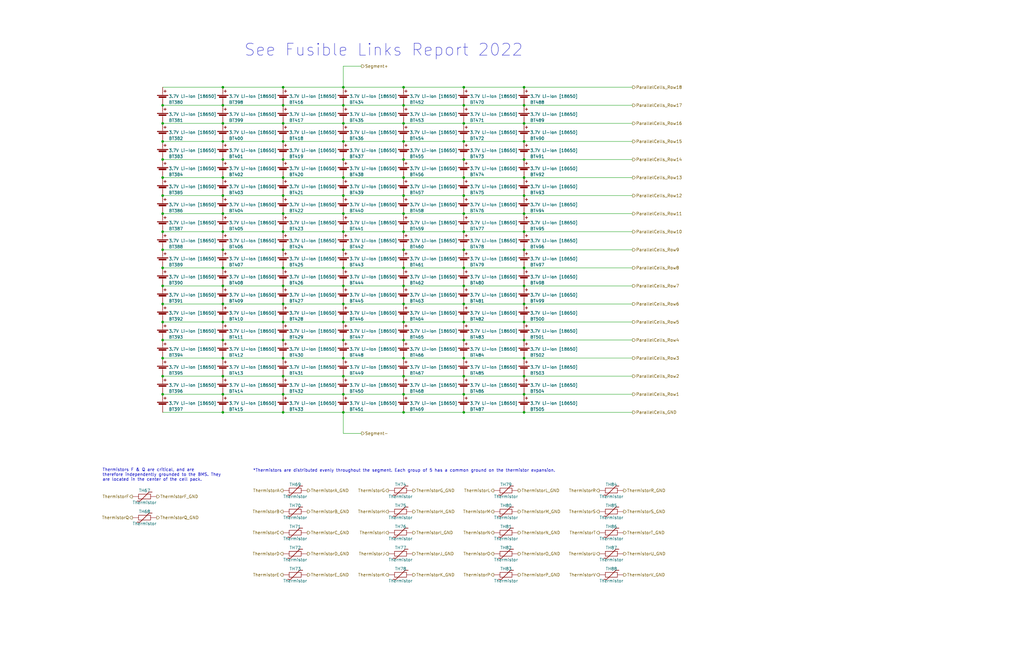
<source format=kicad_sch>
(kicad_sch (version 20211123) (generator eeschema)
  (paper "B")
  (title_block (title "Accumulator Segment") (date "2020-11-11") (rev "3") (company "Northeastern Electric Racing") (comment 1 "https://github.com/Northeastern-Electric-Racing/NER") (comment 2 "For authors and other info, contact Chief Electrical Engineer"))
  (lib_symbols
    (symbol "Device:Battery_Cell" (pin_numbers hide) (pin_names (offset 0) hide)
      (property "Reference" "BT" (at 2.54 2.54 0))
      (property "Value" "Battery_Cell" (at 2.54 0 0))
      (symbol "Battery_Cell_0_1"
        (rectangle (start -2.286 1.778) (end 2.286 1.524) (fill (type outline)))
        (rectangle (start -1.5748 1.1938) (end 1.4732 0.6858) (fill (type outline)))
        (polyline (pts (xy 0 0.762) (xy 0 0)))
        (polyline (pts (xy 0 1.778) (xy 0 2.54)))
        (polyline (pts (xy 0.508 3.429) (xy 1.524 3.429)) (stroke (width 0.254)))
        (polyline (pts (xy 1.016 3.937) (xy 1.016 2.921)) (stroke (width 0.254)))
      )
      (symbol "Battery_Cell_1_1"
        (pin passive line (at 0 5.08 270) (length 2.54) (name "+") (number "1"))
        (pin passive line (at 0 -2.54 90) (length 2.54) (name "-") (number "2"))
      )
    )
    (symbol "Device:Thermistor" (pin_numbers hide) (pin_names (offset 0))
      (property "Reference" "TH" (at 2.54 1.27 90))
      (property "Value" "Thermistor" (at -2.54 0 90))
      (symbol "Thermistor_0_1"
        (rectangle (start -1.016 2.54) (end 1.016 -2.54) (stroke (width 0.2032)))
        (polyline (pts (xy -1.905 3.175) (xy -1.905 1.905) (xy 1.905 -1.905) (xy 1.905 -3.175) (xy 1.905 -3.175)) (stroke (width 0.254)))
      )
      (symbol "Thermistor_1_1"
        (pin passive line (at 0 5.08 270) (length 2.54) (name "~") (number "1"))
        (pin passive line (at 0 -5.08 90) (length 2.54) (name "~") (number "2"))
      )
    )
  )
  (junction (at 68.58 44.45))
  (junction (at 119.38 120.65))
  (junction (at 220.98 59.69))
  (junction (at 220.98 120.65))
  (junction (at 119.38 36.83))
  (junction (at 170.18 74.93))
  (junction (at 144.78 173.99))
  (junction (at 119.38 113.03))
  (junction (at 68.58 128.27))
  (junction (at 144.78 158.75))
  (junction (at 195.58 158.75))
  (junction (at 220.98 113.03))
  (junction (at 144.78 52.07))
  (junction (at 195.58 151.13))
  (junction (at 93.98 82.55))
  (junction (at 220.98 128.27))
  (junction (at 195.58 166.37))
  (junction (at 195.58 128.27))
  (junction (at 144.78 113.03))
  (junction (at 93.98 128.27))
  (junction (at 220.98 67.31))
  (junction (at 68.58 90.17))
  (junction (at 68.58 82.55))
  (junction (at 170.18 44.45))
  (junction (at 93.98 44.45))
  (junction (at 170.18 36.83))
  (junction (at 68.58 143.51))
  (junction (at 119.38 166.37))
  (junction (at 220.98 173.99))
  (junction (at 119.38 173.99))
  (junction (at 93.98 59.69))
  (junction (at 119.38 44.45))
  (junction (at 195.58 44.45))
  (junction (at 68.58 67.31))
  (junction (at 68.58 120.65))
  (junction (at 68.58 74.93))
  (junction (at 144.78 166.37))
  (junction (at 144.78 82.55))
  (junction (at 195.58 52.07))
  (junction (at 220.98 36.83))
  (junction (at 170.18 143.51))
  (junction (at 119.38 59.69))
  (junction (at 68.58 105.41))
  (junction (at 93.98 135.89))
  (junction (at 144.78 44.45))
  (junction (at 170.18 135.89))
  (junction (at 144.78 90.17))
  (junction (at 144.78 135.89))
  (junction (at 195.58 105.41))
  (junction (at 144.78 151.13))
  (junction (at 144.78 36.83))
  (junction (at 68.58 59.69))
  (junction (at 144.78 105.41))
  (junction (at 220.98 105.41))
  (junction (at 119.38 105.41))
  (junction (at 144.78 67.31))
  (junction (at 93.98 105.41))
  (junction (at 68.58 166.37))
  (junction (at 195.58 120.65))
  (junction (at 195.58 59.69))
  (junction (at 170.18 151.13))
  (junction (at 220.98 74.93))
  (junction (at 170.18 120.65))
  (junction (at 170.18 173.99))
  (junction (at 119.38 151.13))
  (junction (at 93.98 173.99))
  (junction (at 195.58 97.79))
  (junction (at 170.18 128.27))
  (junction (at 119.38 158.75))
  (junction (at 119.38 74.93))
  (junction (at 220.98 151.13))
  (junction (at 144.78 128.27))
  (junction (at 170.18 166.37))
  (junction (at 220.98 52.07))
  (junction (at 220.98 82.55))
  (junction (at 93.98 74.93))
  (junction (at 68.58 135.89))
  (junction (at 93.98 97.79))
  (junction (at 144.78 74.93))
  (junction (at 119.38 90.17))
  (junction (at 220.98 90.17))
  (junction (at 220.98 143.51))
  (junction (at 144.78 97.79))
  (junction (at 93.98 52.07))
  (junction (at 170.18 90.17))
  (junction (at 119.38 82.55))
  (junction (at 68.58 52.07))
  (junction (at 119.38 52.07))
  (junction (at 195.58 173.99))
  (junction (at 195.58 135.89))
  (junction (at 93.98 113.03))
  (junction (at 195.58 113.03))
  (junction (at 170.18 52.07))
  (junction (at 170.18 105.41))
  (junction (at 144.78 59.69))
  (junction (at 93.98 90.17))
  (junction (at 170.18 82.55))
  (junction (at 93.98 158.75))
  (junction (at 93.98 120.65))
  (junction (at 93.98 67.31))
  (junction (at 170.18 158.75))
  (junction (at 93.98 36.83))
  (junction (at 68.58 113.03))
  (junction (at 220.98 158.75))
  (junction (at 195.58 82.55))
  (junction (at 144.78 143.51))
  (junction (at 93.98 143.51))
  (junction (at 195.58 36.83))
  (junction (at 119.38 135.89))
  (junction (at 119.38 128.27))
  (junction (at 93.98 151.13))
  (junction (at 170.18 97.79))
  (junction (at 195.58 67.31))
  (junction (at 119.38 97.79))
  (junction (at 93.98 166.37))
  (junction (at 170.18 113.03))
  (junction (at 144.78 120.65))
  (junction (at 68.58 97.79))
  (junction (at 195.58 143.51))
  (junction (at 220.98 97.79))
  (junction (at 170.18 59.69))
  (junction (at 220.98 44.45))
  (junction (at 195.58 74.93))
  (junction (at 220.98 135.89))
  (junction (at 170.18 67.31))
  (junction (at 68.58 151.13))
  (junction (at 119.38 143.51))
  (junction (at 195.58 90.17))
  (junction (at 68.58 158.75))
  (junction (at 119.38 67.31))
  (junction (at 220.98 166.37))
  (wire (pts (xy 195.58 52.07) (xy 220.98 52.07)))
  (wire (pts (xy 144.78 120.65) (xy 170.18 120.65)))
  (wire (pts (xy 68.58 105.41) (xy 93.98 105.41)))
  (wire (pts (xy 144.78 74.93) (xy 170.18 74.93)))
  (wire (pts (xy 68.58 67.31) (xy 93.98 67.31)))
  (wire (pts (xy 144.78 44.45) (xy 170.18 44.45)))
  (wire (pts (xy 195.58 166.37) (xy 220.98 166.37)))
  (wire (pts (xy 195.58 173.99) (xy 220.98 173.99)))
  (wire (pts (xy 119.38 158.75) (xy 144.78 158.75)))
  (wire (pts (xy 93.98 67.31) (xy 119.38 67.31)))
  (wire (pts (xy 195.58 135.89) (xy 220.98 135.89)))
  (wire (pts (xy 93.98 166.37) (xy 119.38 166.37)))
  (wire (pts (xy 195.58 74.93) (xy 220.98 74.93)))
  (wire (pts (xy 170.18 74.93) (xy 195.58 74.93)))
  (wire (pts (xy 144.78 97.79) (xy 170.18 97.79)))
  (wire (pts (xy 93.98 44.45) (xy 119.38 44.45)))
  (wire (pts (xy 220.98 143.51) (xy 266.7 143.51)))
  (wire (pts (xy 93.98 135.89) (xy 119.38 135.89)))
  (wire (pts (xy 195.58 97.79) (xy 220.98 97.79)))
  (wire (pts (xy 93.98 74.93) (xy 119.38 74.93)))
  (wire (pts (xy 144.78 67.31) (xy 170.18 67.31)))
  (wire (pts (xy 195.58 158.75) (xy 220.98 158.75)))
  (wire (pts (xy 144.78 173.99) (xy 144.78 182.88)))
  (wire (pts (xy 144.78 113.03) (xy 170.18 113.03)))
  (wire (pts (xy 170.18 135.89) (xy 195.58 135.89)))
  (wire (pts (xy 170.18 36.83) (xy 144.78 36.83)))
  (wire (pts (xy 119.38 82.55) (xy 144.78 82.55)))
  (wire (pts (xy 68.58 135.89) (xy 93.98 135.89)))
  (wire (pts (xy 170.18 97.79) (xy 195.58 97.79)))
  (wire (pts (xy 68.58 74.93) (xy 93.98 74.93)))
  (wire (pts (xy 220.98 59.69) (xy 266.7 59.69)))
  (wire (pts (xy 220.98 97.79) (xy 266.7 97.79)))
  (wire (pts (xy 195.58 120.65) (xy 220.98 120.65)))
  (wire (pts (xy 93.98 90.17) (xy 119.38 90.17)))
  (wire (pts (xy 68.58 166.37) (xy 93.98 166.37)))
  (wire (pts (xy 144.78 158.75) (xy 170.18 158.75)))
  (wire (pts (xy 119.38 36.83) (xy 93.98 36.83)))
  (wire (pts (xy 93.98 143.51) (xy 119.38 143.51)))
  (wire (pts (xy 220.98 74.93) (xy 266.7 74.93)))
  (wire (pts (xy 220.98 113.03) (xy 266.7 113.03)))
  (wire (pts (xy 119.38 128.27) (xy 144.78 128.27)))
  (wire (pts (xy 68.58 128.27) (xy 93.98 128.27)))
  (wire (pts (xy 68.58 120.65) (xy 93.98 120.65)))
  (wire (pts (xy 170.18 59.69) (xy 195.58 59.69)))
  (wire (pts (xy 119.38 52.07) (xy 144.78 52.07)))
  (wire (pts (xy 170.18 128.27) (xy 195.58 128.27)))
  (wire (pts (xy 93.98 120.65) (xy 119.38 120.65)))
  (wire (pts (xy 170.18 120.65) (xy 195.58 120.65)))
  (wire (pts (xy 220.98 82.55) (xy 266.7 82.55)))
  (wire (pts (xy 93.98 151.13) (xy 119.38 151.13)))
  (wire (pts (xy 68.58 173.99) (xy 93.98 173.99)))
  (wire (pts (xy 119.38 151.13) (xy 144.78 151.13)))
  (wire (pts (xy 144.78 27.94) (xy 144.78 36.83)))
  (wire (pts (xy 220.98 158.75) (xy 266.7 158.75)))
  (wire (pts (xy 68.58 52.07) (xy 93.98 52.07)))
  (wire (pts (xy 93.98 36.83) (xy 68.58 36.83)))
  (wire (pts (xy 195.58 113.03) (xy 220.98 113.03)))
  (wire (pts (xy 119.38 113.03) (xy 144.78 113.03)))
  (wire (pts (xy 220.98 166.37) (xy 266.7 166.37)))
  (wire (pts (xy 195.58 143.51) (xy 220.98 143.51)))
  (wire (pts (xy 144.78 59.69) (xy 170.18 59.69)))
  (wire (pts (xy 93.98 97.79) (xy 119.38 97.79)))
  (wire (pts (xy 68.58 90.17) (xy 93.98 90.17)))
  (wire (pts (xy 68.58 97.79) (xy 93.98 97.79)))
  (wire (pts (xy 170.18 67.31) (xy 195.58 67.31)))
  (wire (pts (xy 119.38 105.41) (xy 144.78 105.41)))
  (wire (pts (xy 220.98 44.45) (xy 266.7 44.45)))
  (wire (pts (xy 68.58 158.75) (xy 93.98 158.75)))
  (wire (pts (xy 220.98 128.27) (xy 266.7 128.27)))
  (wire (pts (xy 220.98 120.65) (xy 266.7 120.65)))
  (wire (pts (xy 93.98 128.27) (xy 119.38 128.27)))
  (wire (pts (xy 195.58 90.17) (xy 220.98 90.17)))
  (wire (pts (xy 119.38 135.89) (xy 144.78 135.89)))
  (wire (pts (xy 144.78 90.17) (xy 170.18 90.17)))
  (wire (pts (xy 68.58 44.45) (xy 93.98 44.45)))
  (wire (pts (xy 68.58 82.55) (xy 93.98 82.55)))
  (wire (pts (xy 144.78 82.55) (xy 170.18 82.55)))
  (wire (pts (xy 119.38 44.45) (xy 144.78 44.45)))
  (wire (pts (xy 170.18 143.51) (xy 195.58 143.51)))
  (wire (pts (xy 152.4 182.88) (xy 144.78 182.88)))
  (wire (pts (xy 144.78 151.13) (xy 170.18 151.13)))
  (wire (pts (xy 220.98 67.31) (xy 266.7 67.31)))
  (wire (pts (xy 119.38 74.93) (xy 144.78 74.93)))
  (wire (pts (xy 170.18 82.55) (xy 195.58 82.55)))
  (wire (pts (xy 170.18 158.75) (xy 195.58 158.75)))
  (wire (pts (xy 170.18 151.13) (xy 195.58 151.13)))
  (wire (pts (xy 144.78 128.27) (xy 170.18 128.27)))
  (wire (pts (xy 144.78 135.89) (xy 170.18 135.89)))
  (wire (pts (xy 220.98 135.89) (xy 266.7 135.89)))
  (wire (pts (xy 170.18 105.41) (xy 195.58 105.41)))
  (wire (pts (xy 119.38 90.17) (xy 144.78 90.17)))
  (wire (pts (xy 195.58 151.13) (xy 220.98 151.13)))
  (wire (pts (xy 170.18 52.07) (xy 195.58 52.07)))
  (wire (pts (xy 144.78 173.99) (xy 170.18 173.99)))
  (wire (pts (xy 68.58 113.03) (xy 93.98 113.03)))
  (wire (pts (xy 170.18 173.99) (xy 195.58 173.99)))
  (wire (pts (xy 119.38 97.79) (xy 144.78 97.79)))
  (wire (pts (xy 93.98 173.99) (xy 119.38 173.99)))
  (wire (pts (xy 170.18 90.17) (xy 195.58 90.17)))
  (wire (pts (xy 170.18 166.37) (xy 195.58 166.37)))
  (wire (pts (xy 195.58 36.83) (xy 170.18 36.83)))
  (wire (pts (xy 220.98 36.83) (xy 266.7 36.83)))
  (wire (pts (xy 195.58 44.45) (xy 220.98 44.45)))
  (wire (pts (xy 119.38 143.51) (xy 144.78 143.51)))
  (wire (pts (xy 68.58 151.13) (xy 93.98 151.13)))
  (wire (pts (xy 195.58 82.55) (xy 220.98 82.55)))
  (wire (pts (xy 195.58 67.31) (xy 220.98 67.31)))
  (wire (pts (xy 93.98 158.75) (xy 119.38 158.75)))
  (wire (pts (xy 68.58 143.51) (xy 93.98 143.51)))
  (wire (pts (xy 144.78 52.07) (xy 170.18 52.07)))
  (wire (pts (xy 119.38 173.99) (xy 144.78 173.99)))
  (wire (pts (xy 68.58 59.69) (xy 93.98 59.69)))
  (wire (pts (xy 119.38 67.31) (xy 144.78 67.31)))
  (wire (pts (xy 144.78 27.94) (xy 152.4 27.94)))
  (wire (pts (xy 144.78 36.83) (xy 119.38 36.83)))
  (wire (pts (xy 93.98 105.41) (xy 119.38 105.41)))
  (wire (pts (xy 170.18 113.03) (xy 195.58 113.03)))
  (wire (pts (xy 220.98 105.41) (xy 266.7 105.41)))
  (wire (pts (xy 144.78 143.51) (xy 170.18 143.51)))
  (wire (pts (xy 220.98 52.07) (xy 266.7 52.07)))
  (wire (pts (xy 93.98 82.55) (xy 119.38 82.55)))
  (wire (pts (xy 93.98 52.07) (xy 119.38 52.07)))
  (wire (pts (xy 119.38 166.37) (xy 144.78 166.37)))
  (wire (pts (xy 144.78 166.37) (xy 170.18 166.37)))
  (wire (pts (xy 195.58 59.69) (xy 220.98 59.69)))
  (wire (pts (xy 119.38 59.69) (xy 144.78 59.69)))
  (wire (pts (xy 220.98 36.83) (xy 195.58 36.83)))
  (wire (pts (xy 144.78 105.41) (xy 170.18 105.41)))
  (wire (pts (xy 195.58 128.27) (xy 220.98 128.27)))
  (wire (pts (xy 170.18 44.45) (xy 195.58 44.45)))
  (wire (pts (xy 93.98 113.03) (xy 119.38 113.03)))
  (wire (pts (xy 119.38 120.65) (xy 144.78 120.65)))
  (wire (pts (xy 220.98 151.13) (xy 266.7 151.13)))
  (wire (pts (xy 220.98 90.17) (xy 266.7 90.17)))
  (wire (pts (xy 195.58 105.41) (xy 220.98 105.41)))
  (wire (pts (xy 220.98 173.99) (xy 266.7 173.99)))
  (wire (pts (xy 93.98 59.69) (xy 119.38 59.69)))
  (text "Thermistors F & Q are critical, and are\ntherefore independently grounded to the BMS. They\nare located in the center of the cell pack." (at 43.18 203.2 0) (effects (font (size 1.27 1.27)) (justify left bottom)))
  (text "See Fusible Links Report 2022" (at 102.87 24.13 0) (effects (font (size 5 5)) (justify left bottom)))
  (text "*Thermistors are distributed evenly throughout the segment. Each group of 5 has a common ground on the thermistor expansion." (at 106.68 199.39 0) (effects (font (size 1.27 1.27)) (justify left bottom)))
  (hierarchical_label "ParallelCells_Row1" (shape output) (at 266.7 166.37 0))
  (hierarchical_label "ThermistorD_GND" (shape output) (at 129.54 233.68 0))
  (hierarchical_label "ThermistorO_GND" (shape output) (at 218.44 233.68 0))
  (hierarchical_label "ParallelCells_GND" (shape output) (at 266.7 173.99 0))
  (hierarchical_label "ThermistorG" (shape output) (at 163.83 207.01 180))
  (hierarchical_label "ThermistorE_GND" (shape output) (at 129.54 242.57 0))
  (hierarchical_label "ThermistorG_GND" (shape output) (at 173.99 207.01 0))
  (hierarchical_label "ThermistorU_GND" (shape output) (at 262.89 233.68 0))
  (hierarchical_label "ThermistorF" (shape output) (at 55.88 209.55 180))
  (hierarchical_label "ThermistorR" (shape output) (at 252.73 207.01 180))
  (hierarchical_label "ThermistorV" (shape output) (at 252.73 242.57 180))
  (hierarchical_label "ThermistorB_GND" (shape output) (at 129.54 215.9 0))
  (hierarchical_label "ParallelCells_Row8" (shape output) (at 266.7 113.03 0))
  (hierarchical_label "ThermistorS_GND" (shape output) (at 262.89 215.9 0))
  (hierarchical_label "ParallelCells_Row3" (shape output) (at 266.7 151.13 0))
  (hierarchical_label "ThermistorM" (shape output) (at 208.28 215.9 180))
  (hierarchical_label "ThermistorI_GND" (shape output) (at 173.99 224.79 0))
  (hierarchical_label "Segment-" (shape output) (at 152.4 182.88 0))
  (hierarchical_label "ThermistorN_GND" (shape output) (at 218.44 224.79 0))
  (hierarchical_label "ParallelCells_Row14" (shape output) (at 266.7 67.31 0))
  (hierarchical_label "ThermistorP" (shape output) (at 208.28 242.57 180))
  (hierarchical_label "ThermistorK_GND" (shape output) (at 173.99 242.57 0))
  (hierarchical_label "ParallelCells_Row9" (shape output) (at 266.7 105.41 0))
  (hierarchical_label "ThermistorE" (shape output) (at 119.38 242.57 180))
  (hierarchical_label "ThermistorQ_GND" (shape output) (at 66.04 218.44 0))
  (hierarchical_label "ThermistorA" (shape output) (at 119.38 207.01 180))
  (hierarchical_label "ThermistorO" (shape output) (at 208.28 233.68 180))
  (hierarchical_label "ThermistorN" (shape output) (at 208.28 224.79 180))
  (hierarchical_label "ThermistorU" (shape output) (at 252.73 233.68 180))
  (hierarchical_label "ParallelCells_Row2" (shape output) (at 266.7 158.75 0))
  (hierarchical_label "ThermistorT" (shape output) (at 252.73 224.79 180))
  (hierarchical_label "ThermistorQ" (shape output) (at 55.88 218.44 180))
  (hierarchical_label "ParallelCells_Row12" (shape output) (at 266.7 82.55 0))
  (hierarchical_label "ThermistorV_GND" (shape output) (at 262.89 242.57 0))
  (hierarchical_label "ParallelCells_Row4" (shape output) (at 266.7 143.51 0))
  (hierarchical_label "ThermistorH_GND" (shape output) (at 173.99 215.9 0))
  (hierarchical_label "ThermistorM_GND" (shape output) (at 218.44 215.9 0))
  (hierarchical_label "ThermistorL_GND" (shape output) (at 218.44 207.01 0))
  (hierarchical_label "ThermistorJ" (shape output) (at 163.83 233.68 180))
  (hierarchical_label "ParallelCells_Row16" (shape output) (at 266.7 52.07 0))
  (hierarchical_label "Segment+" (shape output) (at 152.4 27.94 0))
  (hierarchical_label "ThermistorD" (shape output) (at 119.38 233.68 180))
  (hierarchical_label "ThermistorC" (shape output) (at 119.38 224.79 180))
  (hierarchical_label "ParallelCells_Row13" (shape output) (at 266.7 74.93 0))
  (hierarchical_label "ThermistorK" (shape output) (at 163.83 242.57 180))
  (hierarchical_label "ParallelCells_Row7" (shape output) (at 266.7 120.65 0))
  (hierarchical_label "ParallelCells_Row15" (shape output) (at 266.7 59.69 0))
  (hierarchical_label "ThermistorF_GND" (shape output) (at 66.04 209.55 0))
  (hierarchical_label "ThermistorH" (shape output) (at 163.83 215.9 180))
  (hierarchical_label "ParallelCells_Row18" (shape output) (at 266.7 36.83 0))
  (hierarchical_label "ThermistorS" (shape output) (at 252.73 215.9 180))
  (hierarchical_label "ThermistorB" (shape output) (at 119.38 215.9 180))
  (hierarchical_label "ParallelCells_Row10" (shape output) (at 266.7 97.79 0))
  (hierarchical_label "ThermistorA_GND" (shape output) (at 129.54 207.01 0))
  (hierarchical_label "ThermistorJ_GND" (shape output) (at 173.99 233.68 0))
  (hierarchical_label "ParallelCells_Row5" (shape output) (at 266.7 135.89 0))
  (hierarchical_label "ThermistorC_GND" (shape output) (at 129.54 224.79 0))
  (hierarchical_label "ThermistorT_GND" (shape output) (at 262.89 224.79 0))
  (hierarchical_label "ParallelCells_Row17" (shape output) (at 266.7 44.45 0))
  (hierarchical_label "ThermistorL" (shape output) (at 208.28 207.01 180))
  (hierarchical_label "ThermistorP_GND" (shape output) (at 218.44 242.57 0))
  (hierarchical_label "ThermistorI" (shape output) (at 163.83 224.79 180))
  (hierarchical_label "ParallelCells_Row6" (shape output) (at 266.7 128.27 0))
  (hierarchical_label "ThermistorR_GND" (shape output) (at 262.89 207.01 0))
  (hierarchical_label "ParallelCells_Row11" (shape output) (at 266.7 90.17 0))
  (symbol (lib_id "Device:Battery_Cell") (at 68.58 41.91 0)
    (property "Reference" "BT380" (at 71.12 43.18 0) (effects (justify left)))
    (property "Value" "3.7V Li-Ion [18650]" (at 71.12 40.64 0) (effects (justify left)))
  )
  (symbol (lib_id "Device:Battery_Cell") (at 144.78 49.53 0)
    (property "Reference" "BT435" (at 147.32 50.8 0) (effects (justify left)))
    (property "Value" "3.7V Li-Ion [18650]" (at 147.32 48.26 0) (effects (justify left)))
  )
  (symbol (lib_id "Device:Battery_Cell") (at 93.98 57.15 0)
    (property "Reference" "BT400" (at 96.52 58.42 0) (effects (justify left)))
    (property "Value" "3.7V Li-Ion [18650]" (at 96.52 55.88 0) (effects (justify left)))
  )
  (symbol (lib_id "Device:Battery_Cell") (at 195.58 57.15 0)
    (property "Reference" "BT472" (at 198.12 58.42 0) (effects (justify left)))
    (property "Value" "3.7V Li-Ion [18650]" (at 198.12 55.88 0) (effects (justify left)))
  )
  (symbol (lib_id "Device:Battery_Cell") (at 93.98 64.77 0)
    (property "Reference" "BT401" (at 96.52 66.04 0) (effects (justify left)))
    (property "Value" "3.7V Li-Ion [18650]" (at 96.52 63.5 0) (effects (justify left)))
  )
  (symbol (lib_id "Device:Battery_Cell") (at 144.78 64.77 0)
    (property "Reference" "BT437" (at 147.32 66.04 0) (effects (justify left)))
    (property "Value" "3.7V Li-Ion [18650]" (at 147.32 63.5 0) (effects (justify left)))
  )
  (symbol (lib_id "Device:Battery_Cell") (at 144.78 80.01 0)
    (property "Reference" "BT439" (at 147.32 81.28 0) (effects (justify left)))
    (property "Value" "3.7V Li-Ion [18650]" (at 147.32 78.74 0) (effects (justify left)))
  )
  (symbol (lib_id "Device:Battery_Cell") (at 170.18 80.01 0)
    (property "Reference" "BT457" (at 172.72 81.28 0) (effects (justify left)))
    (property "Value" "3.7V Li-Ion [18650]" (at 172.72 78.74 0) (effects (justify left)))
  )
  (symbol (lib_id "Device:Battery_Cell") (at 170.18 95.25 0)
    (property "Reference" "BT459" (at 172.72 96.52 0) (effects (justify left)))
    (property "Value" "3.7V Li-Ion [18650]" (at 172.72 93.98 0) (effects (justify left)))
  )
  (symbol (lib_id "Device:Battery_Cell") (at 195.58 95.25 0)
    (property "Reference" "BT477" (at 198.12 96.52 0) (effects (justify left)))
    (property "Value" "3.7V Li-Ion [18650]" (at 198.12 93.98 0) (effects (justify left)))
  )
  (symbol (lib_id "Device:Battery_Cell") (at 68.58 102.87 0)
    (property "Reference" "BT388" (at 71.12 104.14 0) (effects (justify left)))
    (property "Value" "3.7V Li-Ion [18650]" (at 71.12 101.6 0) (effects (justify left)))
  )
  (symbol (lib_id "Device:Battery_Cell") (at 93.98 102.87 0)
    (property "Reference" "BT406" (at 96.52 104.14 0) (effects (justify left)))
    (property "Value" "3.7V Li-Ion [18650]" (at 96.52 101.6 0) (effects (justify left)))
  )
  (symbol (lib_id "Device:Battery_Cell") (at 195.58 110.49 0)
    (property "Reference" "BT479" (at 198.12 111.76 0) (effects (justify left)))
    (property "Value" "3.7V Li-Ion [18650]" (at 198.12 109.22 0) (effects (justify left)))
  )
  (symbol (lib_id "Device:Battery_Cell") (at 68.58 118.11 0)
    (property "Reference" "BT390" (at 71.12 119.38 0) (effects (justify left)))
    (property "Value" "3.7V Li-Ion [18650]" (at 71.12 116.84 0) (effects (justify left)))
  )
  (symbol (lib_id "Device:Battery_Cell") (at 93.98 118.11 0)
    (property "Reference" "BT408" (at 96.52 119.38 0) (effects (justify left)))
    (property "Value" "3.7V Li-Ion [18650]" (at 96.52 116.84 0) (effects (justify left)))
  )
  (symbol (lib_id "Device:Battery_Cell") (at 144.78 118.11 0)
    (property "Reference" "BT444" (at 147.32 119.38 0) (effects (justify left)))
    (property "Value" "3.7V Li-Ion [18650]" (at 147.32 116.84 0) (effects (justify left)))
  )
  (symbol (lib_id "Device:Battery_Cell") (at 195.58 118.11 0)
    (property "Reference" "BT480" (at 198.12 119.38 0) (effects (justify left)))
    (property "Value" "3.7V Li-Ion [18650]" (at 198.12 116.84 0) (effects (justify left)))
  )
  (symbol (lib_id "Device:Battery_Cell") (at 119.38 133.35 0)
    (property "Reference" "BT428" (at 121.92 134.62 0) (effects (justify left)))
    (property "Value" "3.7V Li-Ion [18650]" (at 121.92 132.08 0) (effects (justify left)))
  )
  (symbol (lib_id "Device:Battery_Cell") (at 144.78 140.97 0)
    (property "Reference" "BT447" (at 147.32 142.24 0) (effects (justify left)))
    (property "Value" "3.7V Li-Ion [18650]" (at 147.32 139.7 0) (effects (justify left)))
  )
  (symbol (lib_id "Device:Battery_Cell") (at 195.58 140.97 0)
    (property "Reference" "BT483" (at 198.12 142.24 0) (effects (justify left)))
    (property "Value" "3.7V Li-Ion [18650]" (at 198.12 139.7 0) (effects (justify left)))
  )
  (symbol (lib_id "Device:Battery_Cell") (at 220.98 140.97 0)
    (property "Reference" "BT501" (at 223.52 142.24 0) (effects (justify left)))
    (property "Value" "3.7V Li-Ion [18650]" (at 223.52 139.7 0) (effects (justify left)))
  )
  (symbol (lib_id "Device:Battery_Cell") (at 93.98 148.59 0)
    (property "Reference" "BT412" (at 96.52 149.86 0) (effects (justify left)))
    (property "Value" "3.7V Li-Ion [18650]" (at 96.52 147.32 0) (effects (justify left)))
  )
  (symbol (lib_id "Device:Battery_Cell") (at 119.38 148.59 0)
    (property "Reference" "BT430" (at 121.92 149.86 0) (effects (justify left)))
    (property "Value" "3.7V Li-Ion [18650]" (at 121.92 147.32 0) (effects (justify left)))
  )
  (symbol (lib_id "Device:Battery_Cell") (at 144.78 163.83 0)
    (property "Reference" "BT450" (at 147.32 165.1 0) (effects (justify left)))
    (property "Value" "3.7V Li-Ion [18650]" (at 147.32 162.56 0) (effects (justify left)))
  )
  (symbol (lib_id "Device:Battery_Cell") (at 170.18 163.83 0)
    (property "Reference" "BT468" (at 172.72 165.1 0) (effects (justify left)))
    (property "Value" "3.7V Li-Ion [18650]" (at 172.72 162.56 0) (effects (justify left)))
  )
  (symbol (lib_id "Device:Battery_Cell") (at 195.58 163.83 0)
    (property "Reference" "BT486" (at 198.12 165.1 0) (effects (justify left)))
    (property "Value" "3.7V Li-Ion [18650]" (at 198.12 162.56 0) (effects (justify left)))
  )
  (symbol (lib_id "Device:Battery_Cell") (at 119.38 171.45 0)
    (property "Reference" "BT433" (at 121.92 172.72 0) (effects (justify left)))
    (property "Value" "3.7V Li-Ion [18650]" (at 121.92 170.18 0) (effects (justify left)))
  )
  (symbol (lib_id "Device:Battery_Cell") (at 144.78 171.45 0)
    (property "Reference" "BT451" (at 147.32 172.72 0) (effects (justify left)))
    (property "Value" "3.7V Li-Ion [18650]" (at 147.32 170.18 0) (effects (justify left)))
  )
  (symbol (lib_id "Device:Battery_Cell") (at 170.18 171.45 0)
    (property "Reference" "BT469" (at 172.72 172.72 0) (effects (justify left)))
    (property "Value" "3.7V Li-Ion [18650]" (at 172.72 170.18 0) (effects (justify left)))
  )
  (symbol (lib_id "Device:Thermistor") (at 168.91 207.01 270)
    (property "Reference" "TH74" (at 168.91 204.47 90))
    (property "Value" "Thermistor" (at 168.91 209.55 90))
  )
  (symbol (lib_id "Device:Thermistor") (at 168.91 215.9 270)
    (property "Reference" "TH75" (at 168.91 213.36 90))
    (property "Value" "Thermistor" (at 168.91 218.44 90))
  )
  (symbol (lib_id "Device:Thermistor") (at 257.81 224.79 270)
    (property "Reference" "TH86" (at 257.81 222.25 90))
    (property "Value" "Thermistor" (at 257.81 227.33 90))
  )
  (symbol (lib_id "Device:Battery_Cell") (at 119.38 41.91 0)
    (property "Reference" "BT416" (at 121.92 43.18 0) (effects (justify left)))
    (property "Value" "3.7V Li-Ion [18650]" (at 121.92 40.64 0) (effects (justify left)))
  )
  (symbol (lib_id "Device:Battery_Cell") (at 144.78 41.91 0)
    (property "Reference" "BT434" (at 147.32 43.18 0) (effects (justify left)))
    (property "Value" "3.7V Li-Ion [18650]" (at 147.32 40.64 0) (effects (justify left)))
  )
  (symbol (lib_id "Device:Battery_Cell") (at 170.18 41.91 0)
    (property "Reference" "BT452" (at 172.72 43.18 0) (effects (justify left)))
    (property "Value" "3.7V Li-Ion [18650]" (at 172.72 40.64 0) (effects (justify left)))
  )
  (symbol (lib_id "Device:Battery_Cell") (at 195.58 41.91 0)
    (property "Reference" "BT470" (at 198.12 43.18 0) (effects (justify left)))
    (property "Value" "3.7V Li-Ion [18650]" (at 198.12 40.64 0) (effects (justify left)))
  )
  (symbol (lib_id "Device:Battery_Cell") (at 220.98 41.91 0)
    (property "Reference" "BT488" (at 223.52 43.18 0) (effects (justify left)))
    (property "Value" "3.7V Li-Ion [18650]" (at 223.52 40.64 0) (effects (justify left)))
  )
  (symbol (lib_id "Device:Battery_Cell") (at 68.58 49.53 0)
    (property "Reference" "BT381" (at 71.12 50.8 0) (effects (justify left)))
    (property "Value" "3.7V Li-Ion [18650]" (at 71.12 48.26 0) (effects (justify left)))
  )
  (symbol (lib_id "Device:Battery_Cell") (at 93.98 49.53 0)
    (property "Reference" "BT399" (at 96.52 50.8 0) (effects (justify left)))
    (property "Value" "3.7V Li-Ion [18650]" (at 96.52 48.26 0) (effects (justify left)))
  )
  (symbol (lib_id "Device:Battery_Cell") (at 119.38 49.53 0)
    (property "Reference" "BT417" (at 121.92 50.8 0) (effects (justify left)))
    (property "Value" "3.7V Li-Ion [18650]" (at 121.92 48.26 0) (effects (justify left)))
  )
  (symbol (lib_id "Device:Battery_Cell") (at 170.18 49.53 0)
    (property "Reference" "BT453" (at 172.72 50.8 0) (effects (justify left)))
    (property "Value" "3.7V Li-Ion [18650]" (at 172.72 48.26 0) (effects (justify left)))
  )
  (symbol (lib_id "Device:Battery_Cell") (at 195.58 49.53 0)
    (property "Reference" "BT471" (at 198.12 50.8 0) (effects (justify left)))
    (property "Value" "3.7V Li-Ion [18650]" (at 198.12 48.26 0) (effects (justify left)))
  )
  (symbol (lib_id "Device:Battery_Cell") (at 220.98 57.15 0)
    (property "Reference" "BT490" (at 223.52 58.42 0) (effects (justify left)))
    (property "Value" "3.7V Li-Ion [18650]" (at 223.52 55.88 0) (effects (justify left)))
  )
  (symbol (lib_id "Device:Battery_Cell") (at 68.58 64.77 0)
    (property "Reference" "BT383" (at 71.12 66.04 0) (effects (justify left)))
    (property "Value" "3.7V Li-Ion [18650]" (at 71.12 63.5 0) (effects (justify left)))
  )
  (symbol (lib_id "Device:Battery_Cell") (at 170.18 64.77 0)
    (property "Reference" "BT455" (at 172.72 66.04 0) (effects (justify left)))
    (property "Value" "3.7V Li-Ion [18650]" (at 172.72 63.5 0) (effects (justify left)))
  )
  (symbol (lib_id "Device:Battery_Cell") (at 195.58 64.77 0)
    (property "Reference" "BT473" (at 198.12 66.04 0) (effects (justify left)))
    (property "Value" "3.7V Li-Ion [18650]" (at 198.12 63.5 0) (effects (justify left)))
  )
  (symbol (lib_id "Device:Battery_Cell") (at 220.98 64.77 0)
    (property "Reference" "BT491" (at 223.52 66.04 0) (effects (justify left)))
    (property "Value" "3.7V Li-Ion [18650]" (at 223.52 63.5 0) (effects (justify left)))
  )
  (symbol (lib_id "Device:Battery_Cell") (at 93.98 72.39 0)
    (property "Reference" "BT402" (at 96.52 73.66 0) (effects (justify left)))
    (property "Value" "3.7V Li-Ion [18650]" (at 96.52 71.12 0) (effects (justify left)))
  )
  (symbol (lib_id "Device:Battery_Cell") (at 170.18 72.39 0)
    (property "Reference" "BT456" (at 172.72 73.66 0) (effects (justify left)))
    (property "Value" "3.7V Li-Ion [18650]" (at 172.72 71.12 0) (effects (justify left)))
  )
  (symbol (lib_id "Device:Battery_Cell") (at 220.98 72.39 0)
    (property "Reference" "BT492" (at 223.52 73.66 0) (effects (justify left)))
    (property "Value" "3.7V Li-Ion [18650]" (at 223.52 71.12 0) (effects (justify left)))
  )
  (symbol (lib_id "Device:Battery_Cell") (at 68.58 80.01 0)
    (property "Reference" "BT385" (at 71.12 81.28 0) (effects (justify left)))
    (property "Value" "3.7V Li-Ion [18650]" (at 71.12 78.74 0) (effects (justify left)))
  )
  (symbol (lib_id "Device:Battery_Cell") (at 93.98 80.01 0)
    (property "Reference" "BT403" (at 96.52 81.28 0) (effects (justify left)))
    (property "Value" "3.7V Li-Ion [18650]" (at 96.52 78.74 0) (effects (justify left)))
  )
  (symbol (lib_id "Device:Battery_Cell") (at 195.58 80.01 0)
    (property "Reference" "BT475" (at 198.12 81.28 0) (effects (justify left)))
    (property "Value" "3.7V Li-Ion [18650]" (at 198.12 78.74 0) (effects (justify left)))
  )
  (symbol (lib_id "Device:Battery_Cell") (at 220.98 80.01 0)
    (property "Reference" "BT493" (at 223.52 81.28 0) (effects (justify left)))
    (property "Value" "3.7V Li-Ion [18650]" (at 223.52 78.74 0) (effects (justify left)))
  )
  (symbol (lib_id "Device:Battery_Cell") (at 68.58 87.63 0)
    (property "Reference" "BT386" (at 71.12 88.9 0) (effects (justify left)))
    (property "Value" "3.7V Li-Ion [18650]" (at 71.12 86.36 0) (effects (justify left)))
  )
  (symbol (lib_id "Device:Battery_Cell") (at 93.98 87.63 0)
    (property "Reference" "BT404" (at 96.52 88.9 0) (effects (justify left)))
    (property "Value" "3.7V Li-Ion [18650]" (at 96.52 86.36 0) (effects (justify left)))
  )
  (symbol (lib_id "Device:Battery_Cell") (at 144.78 87.63 0)
    (property "Reference" "BT440" (at 147.32 88.9 0) (effects (justify left)))
    (property "Value" "3.7V Li-Ion [18650]" (at 147.32 86.36 0) (effects (justify left)))
  )
  (symbol (lib_id "Device:Battery_Cell") (at 170.18 87.63 0)
    (property "Reference" "BT458" (at 172.72 88.9 0) (effects (justify left)))
    (property "Value" "3.7V Li-Ion [18650]" (at 172.72 86.36 0) (effects (justify left)))
  )
  (symbol (lib_id "Device:Battery_Cell") (at 68.58 95.25 0)
    (property "Reference" "BT387" (at 71.12 96.52 0) (effects (justify left)))
    (property "Value" "3.7V Li-Ion [18650]" (at 71.12 93.98 0) (effects (justify left)))
  )
  (symbol (lib_id "Device:Battery_Cell") (at 93.98 95.25 0)
    (property "Reference" "BT405" (at 96.52 96.52 0) (effects (justify left)))
    (property "Value" "3.7V Li-Ion [18650]" (at 96.52 93.98 0) (effects (justify left)))
  )
  (symbol (lib_id "Device:Battery_Cell") (at 170.18 102.87 0)
    (property "Reference" "BT460" (at 172.72 104.14 0) (effects (justify left)))
    (property "Value" "3.7V Li-Ion [18650]" (at 172.72 101.6 0) (effects (justify left)))
  )
  (symbol (lib_id "Device:Battery_Cell") (at 195.58 102.87 0)
    (property "Reference" "BT478" (at 198.12 104.14 0) (effects (justify left)))
    (property "Value" "3.7V Li-Ion [18650]" (at 198.12 101.6 0) (effects (justify left)))
  )
  (symbol (lib_id "Device:Battery_Cell") (at 220.98 102.87 0)
    (property "Reference" "BT496" (at 223.52 104.14 0) (effects (justify left)))
    (property "Value" "3.7V Li-Ion [18650]" (at 223.52 101.6 0) (effects (justify left)))
  )
  (symbol (lib_id "Device:Battery_Cell") (at 68.58 110.49 0)
    (property "Reference" "BT389" (at 71.12 111.76 0) (effects (justify left)))
    (property "Value" "3.7V Li-Ion [18650]" (at 71.12 109.22 0) (effects (justify left)))
  )
  (symbol (lib_id "Device:Battery_Cell") (at 93.98 110.49 0)
    (property "Reference" "BT407" (at 96.52 111.76 0) (effects (justify left)))
    (property "Value" "3.7V Li-Ion [18650]" (at 96.52 109.22 0) (effects (justify left)))
  )
  (symbol (lib_id "Device:Battery_Cell") (at 119.38 110.49 0)
    (property "Reference" "BT425" (at 121.92 111.76 0) (effects (justify left)))
    (property "Value" "3.7V Li-Ion [18650]" (at 121.92 109.22 0) (effects (justify left)))
  )
  (symbol (lib_id "Device:Battery_Cell") (at 144.78 110.49 0)
    (property "Reference" "BT443" (at 147.32 111.76 0) (effects (justify left)))
    (property "Value" "3.7V Li-Ion [18650]" (at 147.32 109.22 0) (effects (justify left)))
  )
  (symbol (lib_id "Device:Battery_Cell") (at 220.98 110.49 0)
    (property "Reference" "BT497" (at 223.52 111.76 0) (effects (justify left)))
    (property "Value" "3.7V Li-Ion [18650]" (at 223.52 109.22 0) (effects (justify left)))
  )
  (symbol (lib_id "Device:Battery_Cell") (at 220.98 118.11 0)
    (property "Reference" "BT498" (at 223.52 119.38 0) (effects (justify left)))
    (property "Value" "3.7V Li-Ion [18650]" (at 223.52 116.84 0) (effects (justify left)))
  )
  (symbol (lib_id "Device:Battery_Cell") (at 68.58 125.73 0)
    (property "Reference" "BT391" (at 71.12 127 0) (effects (justify left)))
    (property "Value" "3.7V Li-Ion [18650]" (at 71.12 124.46 0) (effects (justify left)))
  )
  (symbol (lib_id "Device:Battery_Cell") (at 93.98 125.73 0)
    (property "Reference" "BT409" (at 96.52 127 0) (effects (justify left)))
    (property "Value" "3.7V Li-Ion [18650]" (at 96.52 124.46 0) (effects (justify left)))
  )
  (symbol (lib_id "Device:Battery_Cell") (at 119.38 125.73 0)
    (property "Reference" "BT427" (at 121.92 127 0) (effects (justify left)))
    (property "Value" "3.7V Li-Ion [18650]" (at 121.92 124.46 0) (effects (justify left)))
  )
  (symbol (lib_id "Device:Battery_Cell") (at 220.98 125.73 0)
    (property "Reference" "BT499" (at 223.52 127 0) (effects (justify left)))
    (property "Value" "3.7V Li-Ion [18650]" (at 223.52 124.46 0) (effects (justify left)))
  )
  (symbol (lib_id "Device:Battery_Cell") (at 68.58 133.35 0)
    (property "Reference" "BT392" (at 71.12 134.62 0) (effects (justify left)))
    (property "Value" "3.7V Li-Ion [18650]" (at 71.12 132.08 0) (effects (justify left)))
  )
  (symbol (lib_id "Device:Battery_Cell") (at 93.98 133.35 0)
    (property "Reference" "BT410" (at 96.52 134.62 0) (effects (justify left)))
    (property "Value" "3.7V Li-Ion [18650]" (at 96.52 132.08 0) (effects (justify left)))
  )
  (symbol (lib_id "Device:Battery_Cell") (at 144.78 133.35 0)
    (property "Reference" "BT446" (at 147.32 134.62 0) (effects (justify left)))
    (property "Value" "3.7V Li-Ion [18650]" (at 147.32 132.08 0) (effects (justify left)))
  )
  (symbol (lib_id "Device:Battery_Cell") (at 170.18 133.35 0)
    (property "Reference" "BT464" (at 172.72 134.62 0) (effects (justify left)))
    (property "Value" "3.7V Li-Ion [18650]" (at 172.72 132.08 0) (effects (justify left)))
  )
  (symbol (lib_id "Device:Battery_Cell") (at 195.58 133.35 0)
    (property "Reference" "BT482" (at 198.12 134.62 0) (effects (justify left)))
    (property "Value" "3.7V Li-Ion [18650]" (at 198.12 132.08 0) (effects (justify left)))
  )
  (symbol (lib_id "Device:Battery_Cell") (at 220.98 133.35 0)
    (property "Reference" "BT500" (at 223.52 134.62 0) (effects (justify left)))
    (property "Value" "3.7V Li-Ion [18650]" (at 223.52 132.08 0) (effects (justify left)))
  )
  (symbol (lib_id "Device:Battery_Cell") (at 68.58 140.97 0)
    (property "Reference" "BT393" (at 71.12 142.24 0) (effects (justify left)))
    (property "Value" "3.7V Li-Ion [18650]" (at 71.12 139.7 0) (effects (justify left)))
  )
  (symbol (lib_id "Device:Battery_Cell") (at 144.78 148.59 0)
    (property "Reference" "BT448" (at 147.32 149.86 0) (effects (justify left)))
    (property "Value" "3.7V Li-Ion [18650]" (at 147.32 147.32 0) (effects (justify left)))
  )
  (symbol (lib_id "Device:Battery_Cell") (at 195.58 148.59 0)
    (property "Reference" "BT484" (at 198.12 149.86 0) (effects (justify left)))
    (property "Value" "3.7V Li-Ion [18650]" (at 198.12 147.32 0) (effects (justify left)))
  )
  (symbol (lib_id "Device:Battery_Cell") (at 220.98 148.59 0)
    (property "Reference" "BT502" (at 223.52 149.86 0) (effects (justify left)))
    (property "Value" "3.7V Li-Ion [18650]" (at 223.52 147.32 0) (effects (justify left)))
  )
  (symbol (lib_id "Device:Battery_Cell") (at 68.58 156.21 0)
    (property "Reference" "BT395" (at 71.12 157.48 0) (effects (justify left)))
    (property "Value" "3.7V Li-Ion [18650]" (at 71.12 154.94 0) (effects (justify left)))
  )
  (symbol (lib_id "Device:Battery_Cell") (at 93.98 156.21 0)
    (property "Reference" "BT413" (at 96.52 157.48 0) (effects (justify left)))
    (property "Value" "3.7V Li-Ion [18650]" (at 96.52 154.94 0) (effects (justify left)))
  )
  (symbol (lib_id "Device:Battery_Cell") (at 119.38 156.21 0)
    (property "Reference" "BT431" (at 121.92 157.48 0) (effects (justify left)))
    (property "Value" "3.7V Li-Ion [18650]" (at 121.92 154.94 0) (effects (justify left)))
  )
  (symbol (lib_id "Device:Battery_Cell") (at 144.78 156.21 0)
    (property "Reference" "BT449" (at 147.32 157.48 0) (effects (justify left)))
    (property "Value" "3.7V Li-Ion [18650]" (at 147.32 154.94 0) (effects (justify left)))
  )
  (symbol (lib_id "Device:Battery_Cell") (at 195.58 156.21 0)
    (property "Reference" "BT485" (at 198.12 157.48 0) (effects (justify left)))
    (property "Value" "3.7V Li-Ion [18650]" (at 198.12 154.94 0) (effects (justify left)))
  )
  (symbol (lib_id "Device:Battery_Cell") (at 220.98 156.21 0)
    (property "Reference" "BT503" (at 223.52 157.48 0) (effects (justify left)))
    (property "Value" "3.7V Li-Ion [18650]" (at 223.52 154.94 0) (effects (justify left)))
  )
  (symbol (lib_id "Device:Battery_Cell") (at 68.58 163.83 0)
    (property "Reference" "BT396" (at 71.12 165.1 0) (effects (justify left)))
    (property "Value" "3.7V Li-Ion [18650]" (at 71.12 162.56 0) (effects (justify left)))
  )
  (symbol (lib_id "Device:Battery_Cell") (at 93.98 163.83 0)
    (property "Reference" "BT414" (at 96.52 165.1 0) (effects (justify left)))
    (property "Value" "3.7V Li-Ion [18650]" (at 96.52 162.56 0) (effects (justify left)))
  )
  (symbol (lib_id "Device:Battery_Cell") (at 119.38 163.83 0)
    (property "Reference" "BT432" (at 121.92 165.1 0) (effects (justify left)))
    (property "Value" "3.7V Li-Ion [18650]" (at 121.92 162.56 0) (effects (justify left)))
  )
  (symbol (lib_id "Device:Battery_Cell") (at 220.98 163.83 0)
    (property "Reference" "BT504" (at 223.52 165.1 0) (effects (justify left)))
    (property "Value" "3.7V Li-Ion [18650]" (at 223.52 162.56 0) (effects (justify left)))
  )
  (symbol (lib_id "Device:Battery_Cell") (at 68.58 171.45 0)
    (property "Reference" "BT397" (at 71.12 172.72 0) (effects (justify left)))
    (property "Value" "3.7V Li-Ion [18650]" (at 71.12 170.18 0) (effects (justify left)))
  )
  (symbol (lib_id "Device:Battery_Cell") (at 93.98 171.45 0)
    (property "Reference" "BT415" (at 96.52 172.72 0) (effects (justify left)))
    (property "Value" "3.7V Li-Ion [18650]" (at 96.52 170.18 0) (effects (justify left)))
  )
  (symbol (lib_id "Device:Thermistor") (at 124.46 215.9 270)
    (property "Reference" "TH70" (at 124.46 213.36 90))
    (property "Value" "Thermistor" (at 124.46 218.44 90))
  )
  (symbol (lib_id "Device:Thermistor") (at 124.46 224.79 270)
    (property "Reference" "TH71" (at 124.46 222.25 90))
    (property "Value" "Thermistor" (at 124.46 227.33 90))
  )
  (symbol (lib_id "Device:Thermistor") (at 124.46 233.68 270)
    (property "Reference" "TH72" (at 124.46 231.14 90))
    (property "Value" "Thermistor" (at 124.46 236.22 90))
  )
  (symbol (lib_id "Device:Thermistor") (at 124.46 242.57 270)
    (property "Reference" "TH73" (at 124.46 240.03 90))
    (property "Value" "Thermistor" (at 124.46 245.11 90))
  )
  (symbol (lib_id "Device:Thermistor") (at 60.96 209.55 270)
    (property "Reference" "TH67" (at 60.96 207.01 90))
    (property "Value" "Thermistor" (at 60.96 212.09 90))
  )
  (symbol (lib_id "Device:Thermistor") (at 213.36 215.9 270)
    (property "Reference" "TH80" (at 213.36 213.36 90))
    (property "Value" "Thermistor" (at 213.36 218.44 90))
  )
  (symbol (lib_id "Device:Thermistor") (at 213.36 224.79 270)
    (property "Reference" "TH81" (at 213.36 222.25 90))
    (property "Value" "Thermistor" (at 213.36 227.33 90))
  )
  (symbol (lib_id "Device:Thermistor") (at 213.36 233.68 270)
    (property "Reference" "TH82" (at 213.36 231.14 90))
    (property "Value" "Thermistor" (at 213.36 236.22 90))
  )
  (symbol (lib_id "Device:Thermistor") (at 213.36 242.57 270)
    (property "Reference" "TH83" (at 213.36 240.03 90))
    (property "Value" "Thermistor" (at 213.36 245.11 90))
  )
  (symbol (lib_id "Device:Thermistor") (at 257.81 233.68 270)
    (property "Reference" "TH87" (at 257.81 231.14 90))
    (property "Value" "Thermistor" (at 257.81 236.22 90))
  )
  (symbol (lib_id "Device:Thermistor") (at 257.81 242.57 270)
    (property "Reference" "TH88" (at 257.81 240.03 90))
    (property "Value" "Thermistor" (at 257.81 245.11 90))
  )
  (symbol (lib_id "Device:Thermistor") (at 257.81 215.9 270)
    (property "Reference" "TH85" (at 257.81 213.36 90))
    (property "Value" "Thermistor" (at 257.81 218.44 90))
  )
  (symbol (lib_id "Device:Battery_Cell") (at 93.98 41.91 0)
    (property "Reference" "BT398" (at 96.52 43.18 0) (effects (justify left)))
    (property "Value" "3.7V Li-Ion [18650]" (at 96.52 40.64 0) (effects (justify left)))
  )
  (symbol (lib_id "Device:Battery_Cell") (at 220.98 49.53 0)
    (property "Reference" "BT489" (at 223.52 50.8 0) (effects (justify left)))
    (property "Value" "3.7V Li-Ion [18650]" (at 223.52 48.26 0) (effects (justify left)))
  )
  (symbol (lib_id "Device:Battery_Cell") (at 68.58 57.15 0)
    (property "Reference" "BT382" (at 71.12 58.42 0) (effects (justify left)))
    (property "Value" "3.7V Li-Ion [18650]" (at 71.12 55.88 0) (effects (justify left)))
  )
  (symbol (lib_id "Device:Battery_Cell") (at 119.38 57.15 0)
    (property "Reference" "BT418" (at 121.92 58.42 0) (effects (justify left)))
    (property "Value" "3.7V Li-Ion [18650]" (at 121.92 55.88 0) (effects (justify left)))
  )
  (symbol (lib_id "Device:Battery_Cell") (at 144.78 57.15 0)
    (property "Reference" "BT436" (at 147.32 58.42 0) (effects (justify left)))
    (property "Value" "3.7V Li-Ion [18650]" (at 147.32 55.88 0) (effects (justify left)))
  )
  (symbol (lib_id "Device:Battery_Cell") (at 170.18 57.15 0)
    (property "Reference" "BT454" (at 172.72 58.42 0) (effects (justify left)))
    (property "Value" "3.7V Li-Ion [18650]" (at 172.72 55.88 0) (effects (justify left)))
  )
  (symbol (lib_id "Device:Battery_Cell") (at 119.38 64.77 0)
    (property "Reference" "BT419" (at 121.92 66.04 0) (effects (justify left)))
    (property "Value" "3.7V Li-Ion [18650]" (at 121.92 63.5 0) (effects (justify left)))
  )
  (symbol (lib_id "Device:Battery_Cell") (at 68.58 72.39 0)
    (property "Reference" "BT384" (at 71.12 73.66 0) (effects (justify left)))
    (property "Value" "3.7V Li-Ion [18650]" (at 71.12 71.12 0) (effects (justify left)))
  )
  (symbol (lib_id "Device:Battery_Cell") (at 119.38 72.39 0)
    (property "Reference" "BT420" (at 121.92 73.66 0) (effects (justify left)))
    (property "Value" "3.7V Li-Ion [18650]" (at 121.92 71.12 0) (effects (justify left)))
  )
  (symbol (lib_id "Device:Battery_Cell") (at 144.78 72.39 0)
    (property "Reference" "BT438" (at 147.32 73.66 0) (effects (justify left)))
    (property "Value" "3.7V Li-Ion [18650]" (at 147.32 71.12 0) (effects (justify left)))
  )
  (symbol (lib_id "Device:Battery_Cell") (at 195.58 72.39 0)
    (property "Reference" "BT474" (at 198.12 73.66 0) (effects (justify left)))
    (property "Value" "3.7V Li-Ion [18650]" (at 198.12 71.12 0) (effects (justify left)))
  )
  (symbol (lib_id "Device:Battery_Cell") (at 119.38 80.01 0)
    (property "Reference" "BT421" (at 121.92 81.28 0) (effects (justify left)))
    (property "Value" "3.7V Li-Ion [18650]" (at 121.92 78.74 0) (effects (justify left)))
  )
  (symbol (lib_id "Device:Battery_Cell") (at 119.38 87.63 0)
    (property "Reference" "BT422" (at 121.92 88.9 0) (effects (justify left)))
    (property "Value" "3.7V Li-Ion [18650]" (at 121.92 86.36 0) (effects (justify left)))
  )
  (symbol (lib_id "Device:Battery_Cell") (at 195.58 87.63 0)
    (property "Reference" "BT476" (at 198.12 88.9 0) (effects (justify left)))
    (property "Value" "3.7V Li-Ion [18650]" (at 198.12 86.36 0) (effects (justify left)))
  )
  (symbol (lib_id "Device:Battery_Cell") (at 220.98 87.63 0)
    (property "Reference" "BT494" (at 223.52 88.9 0) (effects (justify left)))
    (property "Value" "3.7V Li-Ion [18650]" (at 223.52 86.36 0) (effects (justify left)))
  )
  (symbol (lib_id "Device:Battery_Cell") (at 119.38 95.25 0)
    (property "Reference" "BT423" (at 121.92 96.52 0) (effects (justify left)))
    (property "Value" "3.7V Li-Ion [18650]" (at 121.92 93.98 0) (effects (justify left)))
  )
  (symbol (lib_id "Device:Battery_Cell") (at 144.78 95.25 0)
    (property "Reference" "BT441" (at 147.32 96.52 0) (effects (justify left)))
    (property "Value" "3.7V Li-Ion [18650]" (at 147.32 93.98 0) (effects (justify left)))
  )
  (symbol (lib_id "Device:Battery_Cell") (at 220.98 95.25 0)
    (property "Reference" "BT495" (at 223.52 96.52 0) (effects (justify left)))
    (property "Value" "3.7V Li-Ion [18650]" (at 223.52 93.98 0) (effects (justify left)))
  )
  (symbol (lib_id "Device:Battery_Cell") (at 119.38 102.87 0)
    (property "Reference" "BT424" (at 121.92 104.14 0) (effects (justify left)))
    (property "Value" "3.7V Li-Ion [18650]" (at 121.92 101.6 0) (effects (justify left)))
  )
  (symbol (lib_id "Device:Battery_Cell") (at 144.78 102.87 0)
    (property "Reference" "BT442" (at 147.32 104.14 0) (effects (justify left)))
    (property "Value" "3.7V Li-Ion [18650]" (at 147.32 101.6 0) (effects (justify left)))
  )
  (symbol (lib_id "Device:Battery_Cell") (at 170.18 110.49 0)
    (property "Reference" "BT461" (at 172.72 111.76 0) (effects (justify left)))
    (property "Value" "3.7V Li-Ion [18650]" (at 172.72 109.22 0) (effects (justify left)))
  )
  (symbol (lib_id "Device:Battery_Cell") (at 119.38 118.11 0)
    (property "Reference" "BT426" (at 121.92 119.38 0) (effects (justify left)))
    (property "Value" "3.7V Li-Ion [18650]" (at 121.92 116.84 0) (effects (justify left)))
  )
  (symbol (lib_id "Device:Battery_Cell") (at 170.18 118.11 0)
    (property "Reference" "BT462" (at 172.72 119.38 0) (effects (justify left)))
    (property "Value" "3.7V Li-Ion [18650]" (at 172.72 116.84 0) (effects (justify left)))
  )
  (symbol (lib_id "Device:Battery_Cell") (at 144.78 125.73 0)
    (property "Reference" "BT445" (at 147.32 127 0) (effects (justify left)))
    (property "Value" "3.7V Li-Ion [18650]" (at 147.32 124.46 0) (effects (justify left)))
  )
  (symbol (lib_id "Device:Battery_Cell") (at 170.18 125.73 0)
    (property "Reference" "BT463" (at 172.72 127 0) (effects (justify left)))
    (property "Value" "3.7V Li-Ion [18650]" (at 172.72 124.46 0) (effects (justify left)))
  )
  (symbol (lib_id "Device:Battery_Cell") (at 195.58 125.73 0)
    (property "Reference" "BT481" (at 198.12 127 0) (effects (justify left)))
    (property "Value" "3.7V Li-Ion [18650]" (at 198.12 124.46 0) (effects (justify left)))
  )
  (symbol (lib_id "Device:Battery_Cell") (at 93.98 140.97 0)
    (property "Reference" "BT411" (at 96.52 142.24 0) (effects (justify left)))
    (property "Value" "3.7V Li-Ion [18650]" (at 96.52 139.7 0) (effects (justify left)))
  )
  (symbol (lib_id "Device:Battery_Cell") (at 119.38 140.97 0)
    (property "Reference" "BT429" (at 121.92 142.24 0) (effects (justify left)))
    (property "Value" "3.7V Li-Ion [18650]" (at 121.92 139.7 0) (effects (justify left)))
  )
  (symbol (lib_id "Device:Battery_Cell") (at 170.18 140.97 0)
    (property "Reference" "BT465" (at 172.72 142.24 0) (effects (justify left)))
    (property "Value" "3.7V Li-Ion [18650]" (at 172.72 139.7 0) (effects (justify left)))
  )
  (symbol (lib_id "Device:Battery_Cell") (at 68.58 148.59 0)
    (property "Reference" "BT394" (at 71.12 149.86 0) (effects (justify left)))
    (property "Value" "3.7V Li-Ion [18650]" (at 71.12 147.32 0) (effects (justify left)))
  )
  (symbol (lib_id "Device:Battery_Cell") (at 170.18 148.59 0)
    (property "Reference" "BT466" (at 172.72 149.86 0) (effects (justify left)))
    (property "Value" "3.7V Li-Ion [18650]" (at 172.72 147.32 0) (effects (justify left)))
  )
  (symbol (lib_id "Device:Battery_Cell") (at 170.18 156.21 0)
    (property "Reference" "BT467" (at 172.72 157.48 0) (effects (justify left)))
    (property "Value" "3.7V Li-Ion [18650]" (at 172.72 154.94 0) (effects (justify left)))
  )
  (symbol (lib_id "Device:Battery_Cell") (at 195.58 171.45 0)
    (property "Reference" "BT487" (at 198.12 172.72 0) (effects (justify left)))
    (property "Value" "3.7V Li-Ion [18650]" (at 198.12 170.18 0) (effects (justify left)))
  )
  (symbol (lib_id "Device:Battery_Cell") (at 220.98 171.45 0)
    (property "Reference" "BT505" (at 223.52 172.72 0) (effects (justify left)))
    (property "Value" "3.7V Li-Ion [18650]" (at 223.52 170.18 0) (effects (justify left)))
  )
  (symbol (lib_id "Device:Thermistor") (at 124.46 207.01 270)
    (property "Reference" "TH69" (at 124.46 204.47 90))
    (property "Value" "Thermistor" (at 124.46 209.55 90))
  )
  (symbol (lib_id "Device:Thermistor") (at 168.91 224.79 270)
    (property "Reference" "TH76" (at 168.91 222.25 90))
    (property "Value" "Thermistor" (at 168.91 227.33 90))
  )
  (symbol (lib_id "Device:Thermistor") (at 168.91 233.68 270)
    (property "Reference" "TH77" (at 168.91 231.14 90))
    (property "Value" "Thermistor" (at 168.91 236.22 90))
  )
  (symbol (lib_id "Device:Thermistor") (at 168.91 242.57 270)
    (property "Reference" "TH78" (at 168.91 240.03 90))
    (property "Value" "Thermistor" (at 168.91 245.11 90))
  )
  (symbol (lib_id "Device:Thermistor") (at 213.36 207.01 270)
    (property "Reference" "TH79" (at 213.36 204.47 90))
    (property "Value" "Thermistor" (at 213.36 209.55 90))
  )
  (symbol (lib_id "Device:Thermistor") (at 60.96 218.44 270)
    (property "Reference" "TH68" (at 60.96 215.9 90))
    (property "Value" "Thermistor" (at 60.96 220.98 90))
  )
  (symbol (lib_id "Device:Thermistor") (at 257.81 207.01 270)
    (property "Reference" "TH84" (at 257.81 204.47 90))
    (property "Value" "Thermistor" (at 257.81 209.55 90))
  )
)
</source>
